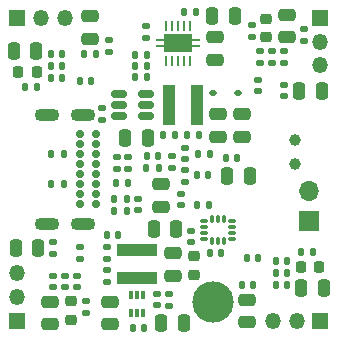
<source format=gbr>
%TF.GenerationSoftware,KiCad,Pcbnew,7.0.6*%
%TF.CreationDate,2023-07-24T08:09:00-07:00*%
%TF.ProjectId,minidrone,6d696e69-6472-46f6-9e65-2e6b69636164,rev?*%
%TF.SameCoordinates,Original*%
%TF.FileFunction,Soldermask,Bot*%
%TF.FilePolarity,Negative*%
%FSLAX46Y46*%
G04 Gerber Fmt 4.6, Leading zero omitted, Abs format (unit mm)*
G04 Created by KiCad (PCBNEW 7.0.6) date 2023-07-24 08:09:00*
%MOMM*%
%LPD*%
G01*
G04 APERTURE LIST*
G04 Aperture macros list*
%AMRoundRect*
0 Rectangle with rounded corners*
0 $1 Rounding radius*
0 $2 $3 $4 $5 $6 $7 $8 $9 X,Y pos of 4 corners*
0 Add a 4 corners polygon primitive as box body*
4,1,4,$2,$3,$4,$5,$6,$7,$8,$9,$2,$3,0*
0 Add four circle primitives for the rounded corners*
1,1,$1+$1,$2,$3*
1,1,$1+$1,$4,$5*
1,1,$1+$1,$6,$7*
1,1,$1+$1,$8,$9*
0 Add four rect primitives between the rounded corners*
20,1,$1+$1,$2,$3,$4,$5,0*
20,1,$1+$1,$4,$5,$6,$7,0*
20,1,$1+$1,$6,$7,$8,$9,0*
20,1,$1+$1,$8,$9,$2,$3,0*%
G04 Aperture macros list end*
%ADD10C,1.000000*%
%ADD11C,3.500000*%
%ADD12R,3.400000X0.980000*%
%ADD13RoundRect,0.087500X0.225000X0.087500X-0.225000X0.087500X-0.225000X-0.087500X0.225000X-0.087500X0*%
%ADD14RoundRect,0.087500X0.087500X0.225000X-0.087500X0.225000X-0.087500X-0.225000X0.087500X-0.225000X0*%
%ADD15R,0.280000X0.850000*%
%ADD16R,2.400000X1.650000*%
%ADD17R,0.700000X0.280000*%
%ADD18RoundRect,0.150000X0.512500X0.150000X-0.512500X0.150000X-0.512500X-0.150000X0.512500X-0.150000X0*%
%ADD19R,0.340000X0.700000*%
%ADD20RoundRect,0.135000X0.135000X0.185000X-0.135000X0.185000X-0.135000X-0.185000X0.135000X-0.185000X0*%
%ADD21RoundRect,0.135000X-0.135000X-0.185000X0.135000X-0.185000X0.135000X0.185000X-0.135000X0.185000X0*%
%ADD22RoundRect,0.135000X-0.185000X0.135000X-0.185000X-0.135000X0.185000X-0.135000X0.185000X0.135000X0*%
%ADD23RoundRect,0.135000X0.185000X-0.135000X0.185000X0.135000X-0.185000X0.135000X-0.185000X-0.135000X0*%
%ADD24R,0.980000X3.400000*%
%ADD25R,1.700000X1.700000*%
%ADD26O,1.700000X1.700000*%
%ADD27O,2.100000X1.100000*%
%ADD28C,0.700000*%
%ADD29R,1.350000X1.350000*%
%ADD30O,1.350000X1.350000*%
%ADD31RoundRect,0.112500X0.187500X0.112500X-0.187500X0.112500X-0.187500X-0.112500X0.187500X-0.112500X0*%
%ADD32RoundRect,0.140000X-0.170000X0.140000X-0.170000X-0.140000X0.170000X-0.140000X0.170000X0.140000X0*%
%ADD33RoundRect,0.225000X0.250000X-0.225000X0.250000X0.225000X-0.250000X0.225000X-0.250000X-0.225000X0*%
%ADD34RoundRect,0.140000X0.140000X0.170000X-0.140000X0.170000X-0.140000X-0.170000X0.140000X-0.170000X0*%
%ADD35RoundRect,0.250000X-0.250000X-0.475000X0.250000X-0.475000X0.250000X0.475000X-0.250000X0.475000X0*%
%ADD36RoundRect,0.250000X0.475000X-0.250000X0.475000X0.250000X-0.475000X0.250000X-0.475000X-0.250000X0*%
%ADD37RoundRect,0.250000X-0.475000X0.250000X-0.475000X-0.250000X0.475000X-0.250000X0.475000X0.250000X0*%
%ADD38RoundRect,0.140000X0.170000X-0.140000X0.170000X0.140000X-0.170000X0.140000X-0.170000X-0.140000X0*%
%ADD39RoundRect,0.140000X-0.140000X-0.170000X0.140000X-0.170000X0.140000X0.170000X-0.140000X0.170000X0*%
%ADD40RoundRect,0.225000X-0.225000X-0.250000X0.225000X-0.250000X0.225000X0.250000X-0.225000X0.250000X0*%
%ADD41RoundRect,0.250000X0.250000X0.475000X-0.250000X0.475000X-0.250000X-0.475000X0.250000X-0.475000X0*%
%ADD42RoundRect,0.225000X0.225000X0.250000X-0.225000X0.250000X-0.225000X-0.250000X0.225000X-0.250000X0*%
%ADD43RoundRect,0.225000X-0.250000X0.225000X-0.250000X-0.225000X0.250000X-0.225000X0.250000X0.225000X0*%
G04 APERTURE END LIST*
D10*
%TO.C,TP2*%
X157654900Y-64671800D03*
%TD*%
D11*
%TO.C,REF\u002A\u002A*%
X150685800Y-78412600D03*
%TD*%
D12*
%TO.C,L2*%
X144311900Y-76381800D03*
X144311900Y-74011800D03*
%TD*%
D13*
%TO.C,U14*%
X152320900Y-71529800D03*
X152320900Y-72029800D03*
X152320900Y-72529800D03*
X152320900Y-73029800D03*
D14*
X151658400Y-73192300D03*
X151158400Y-73192300D03*
X150658400Y-73192300D03*
D13*
X149995900Y-73029800D03*
X149995900Y-72529800D03*
X149995900Y-72029800D03*
X149995900Y-71529800D03*
D14*
X150658400Y-71367300D03*
X151158400Y-71367300D03*
X151658400Y-71367300D03*
%TD*%
D15*
%TO.C,U12*%
X148741300Y-57966200D03*
X148241300Y-57966200D03*
X147741300Y-57966200D03*
X147241300Y-57966200D03*
X146741300Y-57966200D03*
X146741300Y-55016200D03*
X147241300Y-55016200D03*
X147741300Y-55016200D03*
X148241300Y-55016200D03*
X148741300Y-55016200D03*
D16*
X147741300Y-56491200D03*
D17*
X146191300Y-56741200D03*
X149291300Y-56741200D03*
X146191300Y-56241200D03*
X149291300Y-56241200D03*
%TD*%
D18*
%TO.C,U11*%
X142776400Y-60772200D03*
X142776400Y-61722200D03*
X142776400Y-62672200D03*
X145051400Y-62672200D03*
X145051400Y-61722200D03*
X145051400Y-60772200D03*
%TD*%
D19*
%TO.C,U10*%
X143811900Y-77821800D03*
X144311900Y-77821800D03*
X144811900Y-77821800D03*
X144811900Y-79321800D03*
X144311900Y-79321800D03*
X143811900Y-79321800D03*
%TD*%
D10*
%TO.C,TP1*%
X157654900Y-66703800D03*
%TD*%
D20*
%TO.C,R35*%
X144079700Y-57442100D03*
X145099700Y-57442100D03*
%TD*%
D21*
%TO.C,R33*%
X149427200Y-65830100D03*
X150447200Y-65830100D03*
%TD*%
D22*
%TO.C,R32*%
X141899300Y-57192100D03*
X141899300Y-56172100D03*
%TD*%
%TO.C,R31*%
X158451200Y-56289600D03*
X158451200Y-55269600D03*
%TD*%
D23*
%TO.C,R29*%
X148313600Y-68277400D03*
X148313600Y-67257400D03*
%TD*%
D21*
%TO.C,R25*%
X149376400Y-70224300D03*
X150396400Y-70224300D03*
%TD*%
%TO.C,R23*%
X142377000Y-70661000D03*
X143397000Y-70661000D03*
%TD*%
D20*
%TO.C,R22*%
X143397000Y-69645000D03*
X142377000Y-69645000D03*
%TD*%
D23*
%TO.C,R21*%
X146978900Y-78714800D03*
X146978900Y-77694800D03*
%TD*%
D20*
%TO.C,R20*%
X144079700Y-58407300D03*
X145099700Y-58407300D03*
%TD*%
D23*
%TO.C,R19*%
X145040000Y-56039600D03*
X145040000Y-55019600D03*
%TD*%
D21*
%TO.C,R18*%
X145099700Y-59372500D03*
X144079700Y-59372500D03*
%TD*%
D20*
%TO.C,R17*%
X149261300Y-53847800D03*
X148241300Y-53847800D03*
%TD*%
%TO.C,R16*%
X146449900Y-64262200D03*
X147469900Y-64262200D03*
%TD*%
%TO.C,R15*%
X148481900Y-64262200D03*
X149501900Y-64262200D03*
%TD*%
%TO.C,R12*%
X135804800Y-60150800D03*
X134784800Y-60150800D03*
%TD*%
D22*
%TO.C,R11*%
X139960400Y-79346400D03*
X139960400Y-78326400D03*
%TD*%
D21*
%TO.C,R10*%
X158136000Y-74170800D03*
X159156000Y-74170800D03*
%TD*%
D23*
%TO.C,R9*%
X153980400Y-54975200D03*
X153980400Y-55995200D03*
%TD*%
D20*
%TO.C,R8*%
X138063000Y-68435800D03*
X137043000Y-68435800D03*
%TD*%
%TO.C,R7*%
X138063000Y-65895800D03*
X137043000Y-65895800D03*
%TD*%
D21*
%TO.C,R6*%
X142512900Y-68293900D03*
X143532900Y-68293900D03*
%TD*%
D23*
%TO.C,R5*%
X142568000Y-67155600D03*
X142568000Y-66135600D03*
%TD*%
D22*
%TO.C,R4*%
X141771900Y-73753800D03*
X141771900Y-74773800D03*
%TD*%
%TO.C,R3*%
X141771900Y-75658800D03*
X141771900Y-76678800D03*
%TD*%
D24*
%TO.C,L1*%
X146961900Y-61722200D03*
X149331900Y-61722200D03*
%TD*%
D25*
%TO.C,J7*%
X158874500Y-71506200D03*
D26*
X158874500Y-68966200D03*
%TD*%
D27*
%TO.C,J5*%
X136685400Y-71760800D03*
X139685400Y-71760800D03*
X136685400Y-62560800D03*
X139685400Y-62560800D03*
D28*
X139485400Y-64185800D03*
X139485400Y-65035800D03*
X139485400Y-65885800D03*
X139485400Y-66735800D03*
X139485400Y-67585800D03*
X139485400Y-68435800D03*
X139485400Y-69285800D03*
X139485400Y-70135800D03*
X140835400Y-70135800D03*
X140835400Y-69285800D03*
X140835400Y-68435800D03*
X140835400Y-67585800D03*
X140835400Y-66735800D03*
X140835400Y-65885800D03*
X140835400Y-65035800D03*
X140835400Y-64185800D03*
%TD*%
D29*
%TO.C,J4*%
X134150400Y-54340800D03*
D30*
X136150400Y-54340800D03*
X138150400Y-54340800D03*
%TD*%
%TO.C,J3*%
X134150400Y-75980800D03*
X134150400Y-77980800D03*
D29*
X134150400Y-79980800D03*
%TD*%
%TO.C,J2*%
X159790400Y-79980800D03*
D30*
X157790400Y-79980800D03*
X155790400Y-79980800D03*
%TD*%
%TO.C,J1*%
X159790400Y-58340800D03*
X159790400Y-56340800D03*
D29*
X159790400Y-54340800D03*
%TD*%
D20*
%TO.C,FB1*%
X146106800Y-67049300D03*
X145086800Y-67049300D03*
%TD*%
D31*
%TO.C,D1*%
X150695700Y-60731600D03*
X152795700Y-60731600D03*
%TD*%
D32*
%TO.C,C61*%
X148872400Y-72360500D03*
X148872400Y-73320500D03*
%TD*%
D33*
%TO.C,C60*%
X149126400Y-76079300D03*
X149126400Y-74529300D03*
%TD*%
D34*
%TO.C,C59*%
X151384400Y-74288300D03*
X150424400Y-74288300D03*
%TD*%
D35*
%TO.C,C55*%
X150652900Y-54203400D03*
X152552900Y-54203400D03*
%TD*%
D36*
%TO.C,C54*%
X150890900Y-55968900D03*
X150890900Y-57868900D03*
%TD*%
D37*
%TO.C,C53*%
X153176700Y-64414600D03*
X153176700Y-62514600D03*
%TD*%
%TO.C,C52*%
X151144700Y-64414600D03*
X151144700Y-62514600D03*
%TD*%
D38*
%TO.C,C51*%
X141348500Y-62001600D03*
X141348500Y-62961600D03*
%TD*%
D35*
%TO.C,C50*%
X143278900Y-64516200D03*
X145178900Y-64516200D03*
%TD*%
D36*
%TO.C,C49*%
X146343900Y-70313600D03*
X146343900Y-68413600D03*
%TD*%
D32*
%TO.C,C48*%
X143533200Y-66144800D03*
X143533200Y-67104800D03*
%TD*%
D34*
%TO.C,C47*%
X150323200Y-67668800D03*
X149363200Y-67668800D03*
%TD*%
D39*
%TO.C,C46*%
X145124700Y-66046400D03*
X146084700Y-66046400D03*
%TD*%
D32*
%TO.C,C45*%
X148313600Y-65322100D03*
X148313600Y-66282100D03*
%TD*%
D38*
%TO.C,C44*%
X144370400Y-70598300D03*
X144370400Y-69638300D03*
%TD*%
D39*
%TO.C,C43*%
X151804900Y-66179800D03*
X152764900Y-66179800D03*
%TD*%
D32*
%TO.C,C42*%
X147224400Y-66048400D03*
X147224400Y-67008400D03*
%TD*%
D38*
%TO.C,C41*%
X147970400Y-70186700D03*
X147970400Y-69226700D03*
%TD*%
D35*
%TO.C,C40*%
X151931900Y-67703800D03*
X153831900Y-67703800D03*
%TD*%
%TO.C,C39*%
X145713900Y-72233800D03*
X147613900Y-72233800D03*
%TD*%
D37*
%TO.C,C38*%
X147359900Y-74265800D03*
X147359900Y-76165800D03*
%TD*%
D34*
%TO.C,C37*%
X142660900Y-72741800D03*
X141700900Y-72741800D03*
%TD*%
D35*
%TO.C,C36*%
X146343900Y-80149800D03*
X148243900Y-80149800D03*
%TD*%
D39*
%TO.C,C35*%
X144890900Y-80615800D03*
X143930900Y-80615800D03*
%TD*%
D36*
%TO.C,C34*%
X142025900Y-80276800D03*
X142025900Y-78376800D03*
%TD*%
D38*
%TO.C,C33*%
X145962900Y-78654800D03*
X145962900Y-77694800D03*
%TD*%
D34*
%TO.C,C32*%
X137928400Y-58404800D03*
X136968400Y-58404800D03*
%TD*%
%TO.C,C31*%
X137928399Y-57388800D03*
X136968399Y-57388800D03*
%TD*%
D36*
%TO.C,C30*%
X140341400Y-56118800D03*
X140341400Y-54218800D03*
%TD*%
D35*
%TO.C,C29*%
X133864400Y-57134801D03*
X135764400Y-57134801D03*
%TD*%
D40*
%TO.C,C28*%
X134245400Y-58912800D03*
X135795400Y-58912800D03*
%TD*%
D34*
%TO.C,C27*%
X140793400Y-57388800D03*
X139833400Y-57388800D03*
%TD*%
%TO.C,C26*%
X137928400Y-59420800D03*
X136968400Y-59420800D03*
%TD*%
%TO.C,C25*%
X140376800Y-59642799D03*
X139416800Y-59642799D03*
%TD*%
D32*
%TO.C,C24*%
X138214400Y-77162800D03*
X138214400Y-76202800D03*
%TD*%
%TO.C,C23*%
X137198400Y-77162801D03*
X137198400Y-76202801D03*
%TD*%
D41*
%TO.C,C22*%
X134028400Y-73789800D03*
X135928400Y-73789800D03*
%TD*%
D36*
%TO.C,C21*%
X136944401Y-78366800D03*
X136944401Y-80266800D03*
%TD*%
D33*
%TO.C,C20*%
X138722400Y-78335800D03*
X138722400Y-79885800D03*
%TD*%
D32*
%TO.C,C19*%
X137198400Y-74297800D03*
X137198400Y-73337800D03*
%TD*%
%TO.C,C18*%
X139230400Y-77162800D03*
X139230400Y-76202800D03*
%TD*%
%TO.C,C17*%
X139452399Y-74714400D03*
X139452399Y-73754400D03*
%TD*%
D39*
%TO.C,C16*%
X156012400Y-75916800D03*
X156972400Y-75916800D03*
%TD*%
%TO.C,C15*%
X156012401Y-76932800D03*
X156972401Y-76932800D03*
%TD*%
D37*
%TO.C,C14*%
X153599400Y-78202800D03*
X153599400Y-80102800D03*
%TD*%
D41*
%TO.C,C13*%
X160076400Y-77186799D03*
X158176400Y-77186799D03*
%TD*%
D42*
%TO.C,C12*%
X159695400Y-75408800D03*
X158145400Y-75408800D03*
%TD*%
D39*
%TO.C,C11*%
X153147400Y-76932800D03*
X154107400Y-76932800D03*
%TD*%
%TO.C,C10*%
X156012400Y-74900800D03*
X156972400Y-74900800D03*
%TD*%
%TO.C,C9*%
X153564000Y-74678801D03*
X154524000Y-74678801D03*
%TD*%
D38*
%TO.C,C8*%
X154488400Y-59607200D03*
X154488400Y-60567200D03*
%TD*%
%TO.C,C7*%
X154710400Y-57158800D03*
X154710400Y-58118800D03*
%TD*%
%TO.C,C6*%
X156742400Y-60023800D03*
X156742400Y-60983800D03*
%TD*%
D43*
%TO.C,C5*%
X155218400Y-55985800D03*
X155218400Y-54435800D03*
%TD*%
D38*
%TO.C,C4*%
X155726400Y-57158800D03*
X155726400Y-58118800D03*
%TD*%
D35*
%TO.C,C3*%
X159912400Y-60531800D03*
X158012400Y-60531800D03*
%TD*%
D38*
%TO.C,C2*%
X156742400Y-57158800D03*
X156742400Y-58118800D03*
%TD*%
D37*
%TO.C,C1*%
X156996400Y-54054800D03*
X156996400Y-55954800D03*
%TD*%
M02*

</source>
